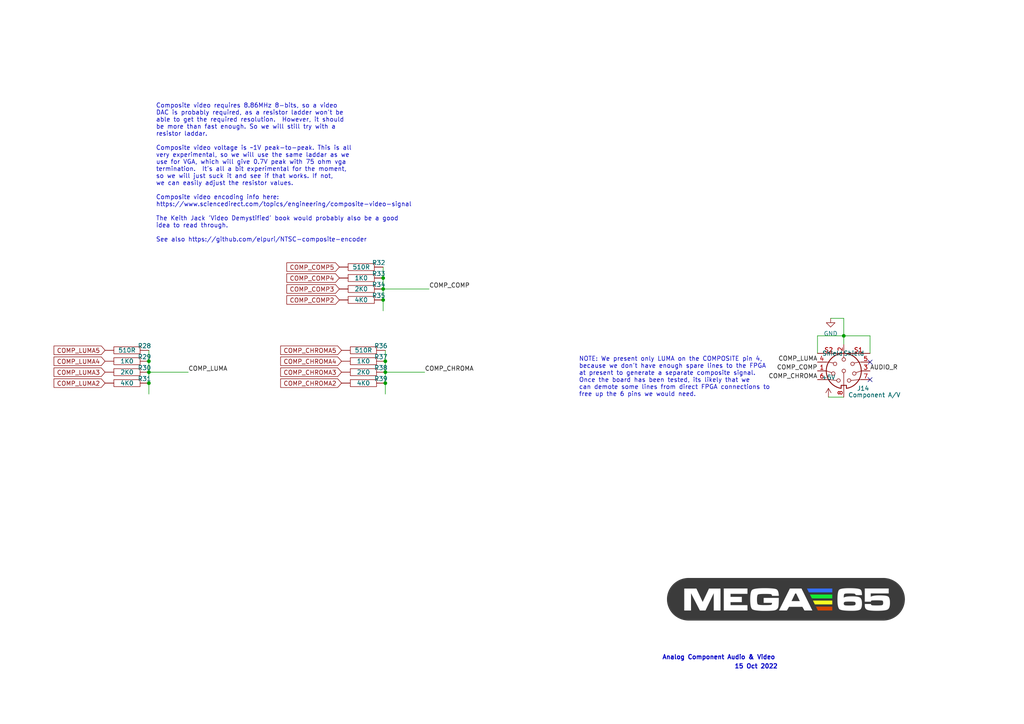
<source format=kicad_sch>
(kicad_sch (version 20211123) (generator eeschema)
  (paper "A4")
  (lib_symbols
    (symbol "00Project-SDF-60J:SDF-80J" (pin_names (offset 1.016))
      (property "Reference" "J" (at -1.7526 8.8392 0))
      (property "Value" "SDF-80J" (at 2.032 -5.842 0))
      (symbol "SDF-80J_0_0"
        (pin bidirectional line (at 7.62 5.08 180) (length 6.8) (name "Shield") (number "S1"))
        (pin bidirectional line (at -7.62 5.08 0) (length 6.5) (name "Shield") (number "S2"))
      )
      (symbol "SDF-80J_0_1"
        (arc (start -5.08 0) (mid -3.8597 -3.3379) (end -0.762 -5.08) (stroke (width 0.254)))
        (circle (center -3.048 -0.762) (radius 0.508))
        (circle (center -2.54 2.032) (radius 0.508))
        (circle (center -1.524 -2.794) (radius 0.508))
        (polyline (pts (xy -5.08 0) (xy -3.556 -0.508)))
        (polyline (pts (xy 0 -0.508) (xy 0 -5.08)))
        (polyline (pts (xy 0 5.08) (xy 0 3.81)))
        (polyline (pts (xy 5.08 0) (xy 3.556 -0.508)))
        (polyline (pts (xy -5.08 -2.54) (xy -4.318 -2.54) (xy -2.032 -2.794)))
        (polyline (pts (xy -5.08 2.54) (xy -4.318 2.54) (xy -3.048 2.286)))
        (polyline (pts (xy 5.08 -2.54) (xy 4.318 -2.54) (xy 2.032 -2.794)))
        (polyline (pts (xy 5.08 2.54) (xy 4.318 2.54) (xy 3.048 2.286)))
        (polyline (pts (xy -0.762 -4.953) (xy -0.762 -4.191) (xy 0.762 -4.191) (xy 0.762 -4.953)) (stroke (width 0.254)))
        (circle (center 0 0) (radius 0.508))
        (circle (center 0 3.302) (radius 0.508))
        (arc (start 0.762 -5.08) (mid 3.8673 -3.3444) (end 5.08 0) (stroke (width 0.254)))
        (circle (center 1.524 -2.794) (radius 0.508))
        (circle (center 2.54 2.032) (radius 0.508))
        (circle (center 3.048 -0.762) (radius 0.508))
        (arc (start 5.08 0) (mid 0 5.08) (end -5.08 0) (stroke (width 0.254)))
      )
      (symbol "SDF-80J_1_1"
        (pin passive line (at -7.62 0 0) (length 2.54) (name "~") (number "1"))
        (pin passive line (at 0 7.62 270) (length 2.54) (name "~") (number "2"))
        (pin passive line (at 7.62 0 180) (length 2.54) (name "~") (number "3"))
        (pin passive line (at -7.62 2.54 0) (length 2.54) (name "~") (number "4"))
        (pin passive line (at 7.62 2.54 180) (length 2.54) (name "~") (number "5"))
        (pin passive line (at -7.62 -2.54 0) (length 2.54) (name "~") (number "6"))
        (pin passive line (at 7.62 -2.54 180) (length 2.54) (name "~") (number "7"))
        (pin passive line (at 0 -7.62 90) (length 2.54) (name "~") (number "8"))
      )
    )
    (symbol "power:+5V" (power) (pin_names (offset 0))
      (property "Value" "+5V" (at 0 3.556 0))
      (symbol "+5V_0_1"
        (polyline (pts (xy -0.762 1.27) (xy 0 2.54)))
        (polyline (pts (xy 0 0) (xy 0 2.54)))
        (polyline (pts (xy 0 2.54) (xy 0.762 1.27)))
      )
      (symbol "+5V_1_1"
        (pin power_in line (at 0 0 90) (length 0) hide (name "+5V") (number "1"))
      )
    )
    (symbol "power:GND" (power) (pin_names (offset 0))
      (property "Value" "GND" (at 0 -3.81 0))
      (symbol "GND_0_1"
        (polyline (pts (xy 0 0) (xy 0 -1.27) (xy 1.27 -1.27) (xy 0 -2.54) (xy -1.27 -1.27) (xy 0 -1.27)))
      )
      (symbol "GND_1_1"
        (pin power_in line (at 0 0 270) (length 0) hide (name "GND") (number "1"))
      )
    )
    (symbol "pspice:R" (pin_numbers hide) (pin_names (offset 0))
      (property "Reference" "R" (at 2.032 0 90))
      (property "Value" "R" (at 0 0 90))
      (symbol "R_0_1"
        (rectangle (start -1.016 3.81) (end 1.016 -3.81))
      )
      (symbol "R_1_1"
        (pin passive line (at 0 6.35 270) (length 2.54) (name "~") (number "1"))
        (pin passive line (at 0 -6.35 90) (length 2.54) (name "~") (number "2"))
      )
    )
  )
  (junction (at 111.125 80.645))
  (junction (at 43.18 107.95))
  (junction (at 111.125 83.82))
  (junction (at 111.76 107.95))
  (junction (at 43.18 104.775))
  (junction (at 43.18 111.125))
  (junction (at 111.76 111.125))
  (junction (at 244.729 97.409))
  (junction (at 111.125 86.995))
  (junction (at 111.76 104.775))
  (no_connect (at 252.349 110.109))
  (no_connect (at 252.349 105.029))
  (wire (pts (xy 43.18 111.125) (xy 43.18 114.3)))
  (wire (pts (xy 237.109 97.409) (xy 244.729 97.409)))
  (wire (pts (xy 111.76 111.125) (xy 111.76 114.3)))
  (wire (pts (xy 244.729 97.409) (xy 252.349 97.409)))
  (wire (pts (xy 43.18 107.95) (xy 54.61 107.95)))
  (wire (pts (xy 111.76 107.95) (xy 123.19 107.95)))
  (wire (pts (xy 111.125 77.47) (xy 111.125 80.645)))
  (wire (pts (xy 43.18 101.6) (xy 43.18 104.775)))
  (wire (pts (xy 252.349 97.409) (xy 252.349 102.489)))
  (wire (pts (xy 240.284 115.189) (xy 244.729 115.189)))
  (wire (pts (xy 43.18 104.775) (xy 43.18 107.95)))
  (wire (pts (xy 244.729 97.409) (xy 244.729 99.949)))
  (wire (pts (xy 240.919 92.329) (xy 244.729 92.329)))
  (wire (pts (xy 111.125 86.995) (xy 111.125 90.17)))
  (wire (pts (xy 111.76 107.95) (xy 111.76 111.125)))
  (wire (pts (xy 111.76 101.6) (xy 111.76 104.775)))
  (wire (pts (xy 237.109 97.409) (xy 237.109 102.489)))
  (wire (pts (xy 111.125 83.82) (xy 124.46 83.82)))
  (wire (pts (xy 244.729 92.329) (xy 244.729 97.409)))
  (wire (pts (xy 111.125 80.645) (xy 111.125 83.82)))
  (wire (pts (xy 111.76 104.775) (xy 111.76 107.95)))
  (wire (pts (xy 43.18 107.95) (xy 43.18 111.125)))
  (wire (pts (xy 111.125 83.82) (xy 111.125 86.995)))
  (image (at 227.965 173.863) (scale 0.21049))
  (text "NOTE: We present only LUMA on the COMPOSITE pin 4,\nbecause we don't have enough spare lines to the FPGA\nat present to generate a separate composite signal.\nOnce the board has been tested, its likely that we \ncan demote some lines from direct FPGA connections to\nfree up the 6 pins we would need." (at 167.894 115.189 0) (effects (font (size 1.27 1.27)) (justify left bottom)))
  (text "15 Oct 2022" (at 212.979 194.183 0) (effects (font (size 1.27 1.27) bold) (justify left bottom)))
  (text "Composite video requires 8.86MHz 8-bits, so a video\nDAC is probably required, as a resistor ladder won't be\nable to get the required resolution.  However, it should\nbe more than fast enough. So we will still try with a\nresistor laddar.\n\nComposite video voltage is ~1V peak-to-peak. This is all\nvery experimental, so we will use the same laddar as we\nuse for VGA, which will give 0.7V peak with 75 ohm vga\ntermination.  It's all a bit experimental for the moment,\nso we will just suck it and see if that works. If not,\nwe can easily adjust the resistor values.\n\nComposite video encoding info here:\nhttps://www.sciencedirect.com/topics/engineering/composite-video-signal\n\nThe Keith Jack 'Video Demystified' book would probably also be a good\nidea to read through.\n\nSee also https://github.com/elpuri/NTSC-composite-encoder" (at 45.212 70.358 0) (effects (font (size 1.27 1.27)) (justify left bottom)))
  (text "Analog Component Audio & Video" (at 192.024 191.516 0) (effects (font (size 1.27 1.27) bold) (justify left bottom)))
  (label "COMP_CHROMA" (at 237.109 110.109 180))
  (label "COMP_CHROMA" (at 123.19 107.95 0))
  (label "COMP_COMP" (at 124.46 83.82 0))
  (label "COMP_COMP" (at 237.109 107.569 180))
  (label "COMP_LUMA" (at 237.109 105.029 180))
  (label "COMP_LUMA" (at 54.61 107.95 0))
  (label "AUDIO_R" (at 252.349 107.569 0))
  (global_label "COMP_COMP5" (shape input) (at 98.425 77.47 180) (property "Intersheet References" "${INTERSHEET_REFS}" (effects hide)))
  (global_label "COMP_LUMA4" (shape input) (at 30.48 104.775 180) (property "Intersheet References" "${INTERSHEET_REFS}" (effects hide)))
  (global_label "COMP_COMP2" (shape input) (at 98.425 86.995 180) (property "Intersheet References" "${INTERSHEET_REFS}" (effects hide)))
  (global_label "COMP_COMP4" (shape input) (at 98.425 80.645 180) (property "Intersheet References" "${INTERSHEET_REFS}" (effects hide)))
  (global_label "COMP_LUMA3" (shape input) (at 30.48 107.95 180) (property "Intersheet References" "${INTERSHEET_REFS}" (effects hide)))
  (global_label "COMP_CHROMA3" (shape input) (at 99.06 107.95 180) (property "Intersheet References" "${INTERSHEET_REFS}" (effects hide)))
  (global_label "COMP_CHROMA2" (shape input) (at 99.06 111.125 180) (property "Intersheet References" "${INTERSHEET_REFS}" (effects hide)))
  (global_label "COMP_COMP3" (shape input) (at 98.425 83.82 180) (property "Intersheet References" "${INTERSHEET_REFS}" (effects hide)))
  (global_label "COMP_LUMA2" (shape input) (at 30.48 111.125 180) (property "Intersheet References" "${INTERSHEET_REFS}" (effects hide)))
  (global_label "COMP_LUMA5" (shape input) (at 30.48 101.6 180) (property "Intersheet References" "${INTERSHEET_REFS}" (effects hide)))
  (global_label "COMP_CHROMA5" (shape input) (at 99.06 101.6 180) (property "Intersheet References" "${INTERSHEET_REFS}" (effects hide)))
  (global_label "COMP_CHROMA4" (shape input) (at 99.06 104.775 180) (property "Intersheet References" "${INTERSHEET_REFS}" (effects hide)))
  (symbol (lib_id "pspice:R") (at 105.41 101.6 90) (unit 1)
    (property "Reference" "R36" (at 110.49 100.33 90))
    (property "Value" "510R" (at 105.41 101.6 90))
    (property "Footprint" "snapeda:Labeled Resistor" (effects hide))
  )
  (symbol (lib_id "pspice:R") (at 36.83 107.95 90) (unit 1)
    (property "Reference" "R30" (at 41.91 106.68 90))
    (property "Value" "2K0" (at 36.83 107.95 90))
    (property "Footprint" "snapeda:Labeled Resistor" (effects hide))
  )
  (symbol (lib_id "power:+5V") (at 240.284 115.189 0) (unit 1)
    (property "Reference" "#PWR097" (effects hide))
    (property "Value" "+5V" (at 240.284 109.474 0))
  )
  (symbol (lib_id "pspice:R") (at 36.83 104.775 90) (unit 1)
    (property "Reference" "R29" (at 41.91 103.505 90))
    (property "Value" "1K0" (at 36.83 104.775 90))
    (property "Footprint" "snapeda:Labeled Resistor" (effects hide))
  )
  (symbol (lib_id "pspice:R") (at 36.83 111.125 90) (unit 1)
    (property "Reference" "R31" (at 41.91 109.855 90))
    (property "Value" "4K0" (at 36.83 111.125 90))
    (property "Footprint" "snapeda:Labeled Resistor" (effects hide))
  )
  (symbol (lib_id "pspice:R") (at 104.775 77.47 90) (unit 1)
    (property "Reference" "R32" (at 109.855 76.2 90))
    (property "Value" "510R" (at 104.775 77.47 90))
    (property "Footprint" "snapeda:Labeled Resistor" (effects hide))
  )
  (symbol (lib_id "power:GND") (at 240.919 92.329 0) (unit 1)
    (property "Reference" "#PWR098" (effects hide))
    (property "Value" "GND" (at 240.919 96.774 0))
  )
  (symbol (lib_id "00Project-SDF-60J:SDF-80J") (at 244.729 107.569 0) (unit 1)
    (property "Reference" "J14" (at 248.539 112.649 0) (effects (justify left)))
    (property "Value" "Component A/V" (at 245.999 114.554 0) (effects (justify left)))
    (property "Footprint" "snapeda:CUI_SDF-80J" (effects hide))
    (property "Datasheet" "http://www.mouser.com/ds/2/18/40_c091_abd_e-75918.pdf" (effects hide))
  )
  (symbol (lib_id "pspice:R") (at 104.775 83.82 90) (unit 1)
    (property "Reference" "R34" (at 109.855 82.55 90))
    (property "Value" "2K0" (at 104.775 83.82 90))
    (property "Footprint" "snapeda:Labeled Resistor" (effects hide))
  )
  (symbol (lib_id "pspice:R") (at 105.41 104.775 90) (unit 1)
    (property "Reference" "R37" (at 110.49 103.505 90))
    (property "Value" "1K0" (at 105.41 104.775 90))
    (property "Footprint" "snapeda:Labeled Resistor" (effects hide))
  )
  (symbol (lib_id "pspice:R") (at 105.41 107.95 90) (unit 1)
    (property "Reference" "R38" (at 110.49 106.68 90))
    (property "Value" "2K0" (at 105.41 107.95 90))
    (property "Footprint" "snapeda:Labeled Resistor" (effects hide))
  )
  (symbol (lib_id "pspice:R") (at 36.83 101.6 90) (unit 1)
    (property "Reference" "R28" (at 41.91 100.33 90))
    (property "Value" "510R" (at 36.83 101.6 90))
    (property "Footprint" "snapeda:Labeled Resistor" (effects hide))
  )
  (symbol (lib_id "pspice:R") (at 104.775 86.995 90) (unit 1)
    (property "Reference" "R35" (at 109.855 85.725 90))
    (property "Value" "4K0" (at 104.775 86.995 90))
    (property "Footprint" "snapeda:Labeled Resistor" (effects hide))
  )
  (symbol (lib_id "pspice:R") (at 105.41 111.125 90) (unit 1)
    (property "Reference" "R39" (at 110.49 109.855 90))
    (property "Value" "4K0" (at 105.41 111.125 90))
    (property "Footprint" "snapeda:Labeled Resistor" (effects hide))
  )
  (symbol (lib_id "pspice:R") (at 104.775 80.645 90) (unit 1)
    (property "Reference" "R33" (at 109.855 79.375 90))
    (property "Value" "1K0" (at 104.775 80.645 90))
    (property "Footprint" "snapeda:Labeled Resistor" (effects hide))
  )
)
</source>
